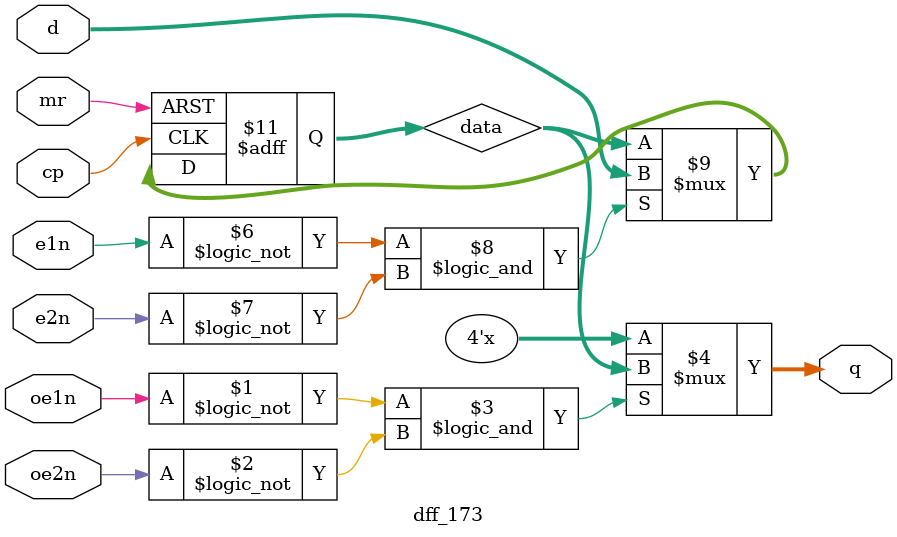
<source format=v>
module dff_173(
    input mr,
    input cp,
    input e1n,
    input e2n,
    input oe1n,
    input oe2n,
    input [3:0] d,
    output [3:0] q);

    reg [3:0] data;

    assign q = !oe1n && !oe2n ? data : 4'bZ;

    always @ (posedge cp or posedge mr) begin
        if (mr)
            data <= 0;
        else if (!e1n && !e2n)
            data <= d;
    end

    /* Instantiation:
    dff_173 new_instance (
        .mr(),
        .cp(),
        .e1n(),
        .e2n(),
        .oe1n(),
        .oe2n(),
        .d(),
        .q()
    );
    */
endmodule
</source>
